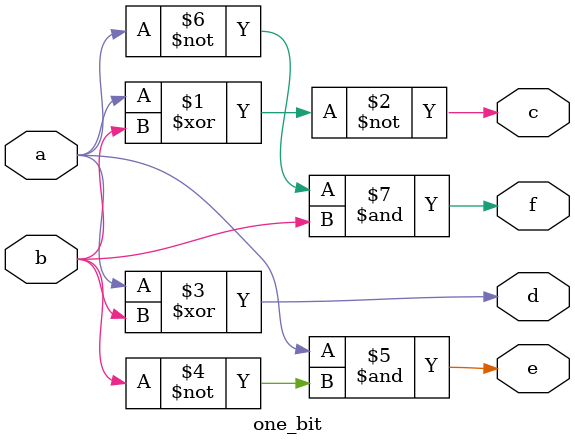
<source format=v>
`timescale 1ns / 1ps

module one_bit(
   input a,
   input b,
   output c,
   output d,
   output e,
   output f
    );
    
assign c = ~(a^b);
assign d = a^b;
assign e = a&(~b);
assign f = (~a)&b;
endmodule

</source>
